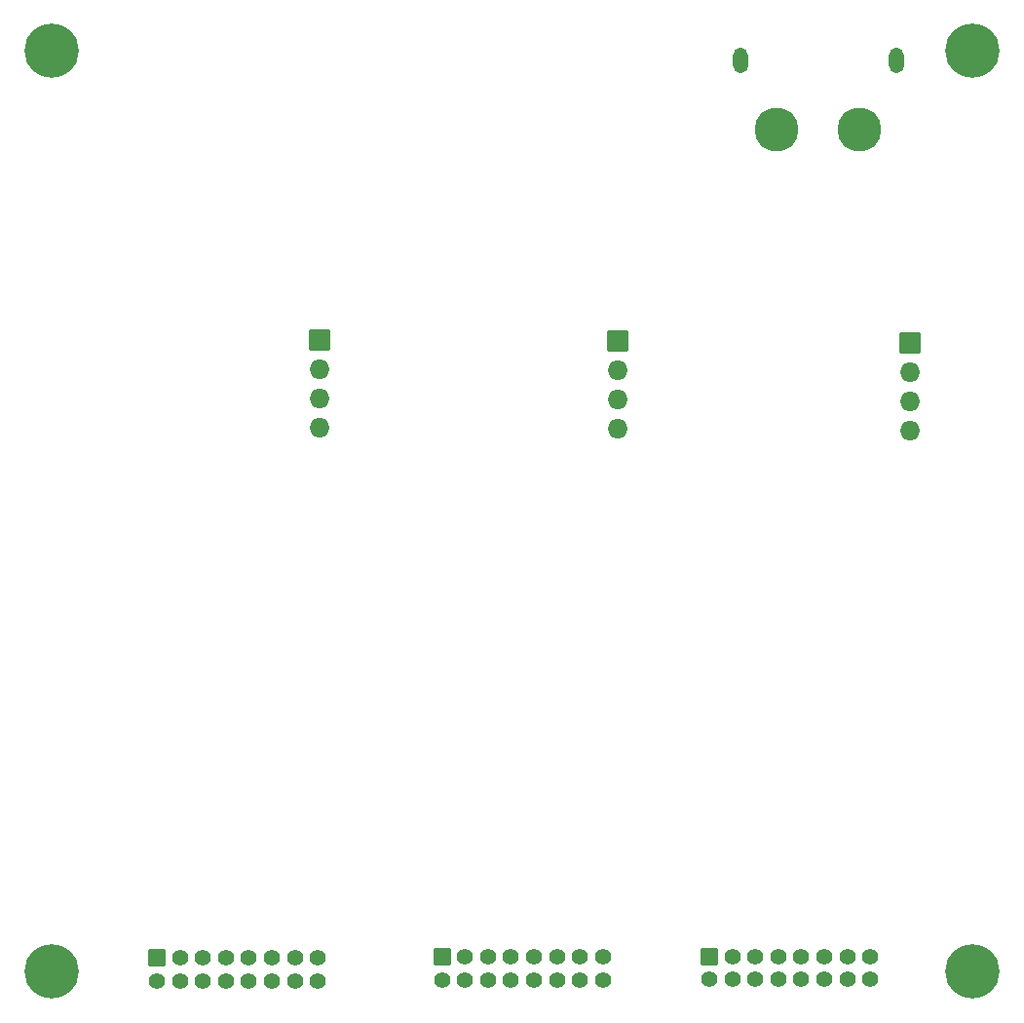
<source format=gbr>
%TF.GenerationSoftware,KiCad,Pcbnew,9.0.0*%
%TF.CreationDate,2025-07-09T13:02:27-07:00*%
%TF.ProjectId,EPS_Scales_RevF_DF11,4550535f-5363-4616-9c65-735f52657646,rev?*%
%TF.SameCoordinates,Original*%
%TF.FileFunction,Soldermask,Bot*%
%TF.FilePolarity,Negative*%
%FSLAX46Y46*%
G04 Gerber Fmt 4.6, Leading zero omitted, Abs format (unit mm)*
G04 Created by KiCad (PCBNEW 9.0.0) date 2025-07-09 13:02:27*
%MOMM*%
%LPD*%
G01*
G04 APERTURE LIST*
G04 Aperture macros list*
%AMRoundRect*
0 Rectangle with rounded corners*
0 $1 Rounding radius*
0 $2 $3 $4 $5 $6 $7 $8 $9 X,Y pos of 4 corners*
0 Add a 4 corners polygon primitive as box body*
4,1,4,$2,$3,$4,$5,$6,$7,$8,$9,$2,$3,0*
0 Add four circle primitives for the rounded corners*
1,1,$1+$1,$2,$3*
1,1,$1+$1,$4,$5*
1,1,$1+$1,$6,$7*
1,1,$1+$1,$8,$9*
0 Add four rect primitives between the rounded corners*
20,1,$1+$1,$2,$3,$4,$5,0*
20,1,$1+$1,$4,$5,$6,$7,0*
20,1,$1+$1,$6,$7,$8,$9,0*
20,1,$1+$1,$8,$9,$2,$3,0*%
G04 Aperture macros list end*
%ADD10C,4.720000*%
%ADD11RoundRect,0.010000X0.700000X0.700000X-0.700000X0.700000X-0.700000X-0.700000X0.700000X-0.700000X0*%
%ADD12C,1.420000*%
%ADD13RoundRect,0.010000X-0.850000X-0.850000X0.850000X-0.850000X0.850000X0.850000X-0.850000X0.850000X0*%
%ADD14O,1.720000X1.720000*%
%ADD15O,1.320000X2.220000*%
%ADD16C,3.820000*%
G04 APERTURE END LIST*
D10*
%TO.C,J3*%
X160012800Y-37000000D03*
%TD*%
D11*
%TO.C,CN1*%
X193941000Y-115729000D03*
D12*
X193941000Y-117729000D03*
X195941000Y-115729000D03*
X195941000Y-117729000D03*
X197941000Y-115729000D03*
X197941000Y-117729000D03*
X199941000Y-115729000D03*
X199941000Y-117729000D03*
X201941000Y-115729000D03*
X201941000Y-117729000D03*
X203941000Y-115729000D03*
X203941000Y-117729000D03*
X205941000Y-115729000D03*
X205941000Y-117729000D03*
X207941000Y-115729000D03*
X207941000Y-117729000D03*
%TD*%
D10*
%TO.C,J2*%
X160012800Y-117000000D03*
%TD*%
D13*
%TO.C,J8*%
X234594000Y-62367000D03*
D14*
X234594000Y-64907000D03*
X234594000Y-67447000D03*
X234594000Y-69987000D03*
%TD*%
D13*
%TO.C,J9*%
X183303000Y-62114250D03*
D14*
X183303000Y-64654250D03*
X183303000Y-67194250D03*
X183303000Y-69734250D03*
%TD*%
D11*
%TO.C,J6*%
X217167800Y-115696600D03*
D12*
X217167800Y-117696600D03*
X219167800Y-115696600D03*
X219167800Y-117696600D03*
X221167800Y-115696600D03*
X221167800Y-117696600D03*
X223167800Y-115696600D03*
X223167800Y-117696600D03*
X225167800Y-115696600D03*
X225167800Y-117696600D03*
X227167800Y-115696600D03*
X227167800Y-117696600D03*
X229167800Y-115696600D03*
X229167800Y-117696600D03*
X231167800Y-115696600D03*
X231167800Y-117696600D03*
%TD*%
D15*
%TO.C,U8*%
X219901000Y-37815000D03*
X233401000Y-37815000D03*
D16*
X223051000Y-43815000D03*
X230251000Y-43815000D03*
%TD*%
D11*
%TO.C,J10*%
X169157200Y-115798200D03*
D12*
X169157200Y-117798200D03*
X171157200Y-115798200D03*
X171157200Y-117798200D03*
X173157200Y-115798200D03*
X173157200Y-117798200D03*
X175157200Y-115798200D03*
X175157200Y-117798200D03*
X177157200Y-115798200D03*
X177157200Y-117798200D03*
X179157200Y-115798200D03*
X179157200Y-117798200D03*
X181157200Y-115798200D03*
X181157200Y-117798200D03*
X183157200Y-115798200D03*
X183157200Y-117798200D03*
%TD*%
D10*
%TO.C,J5*%
X240012800Y-37000000D03*
%TD*%
%TO.C,J4*%
X240030000Y-116967000D03*
%TD*%
D13*
%TO.C,J7*%
X209236000Y-62250500D03*
D14*
X209236000Y-64790500D03*
X209236000Y-67330500D03*
X209236000Y-69870500D03*
%TD*%
M02*

</source>
